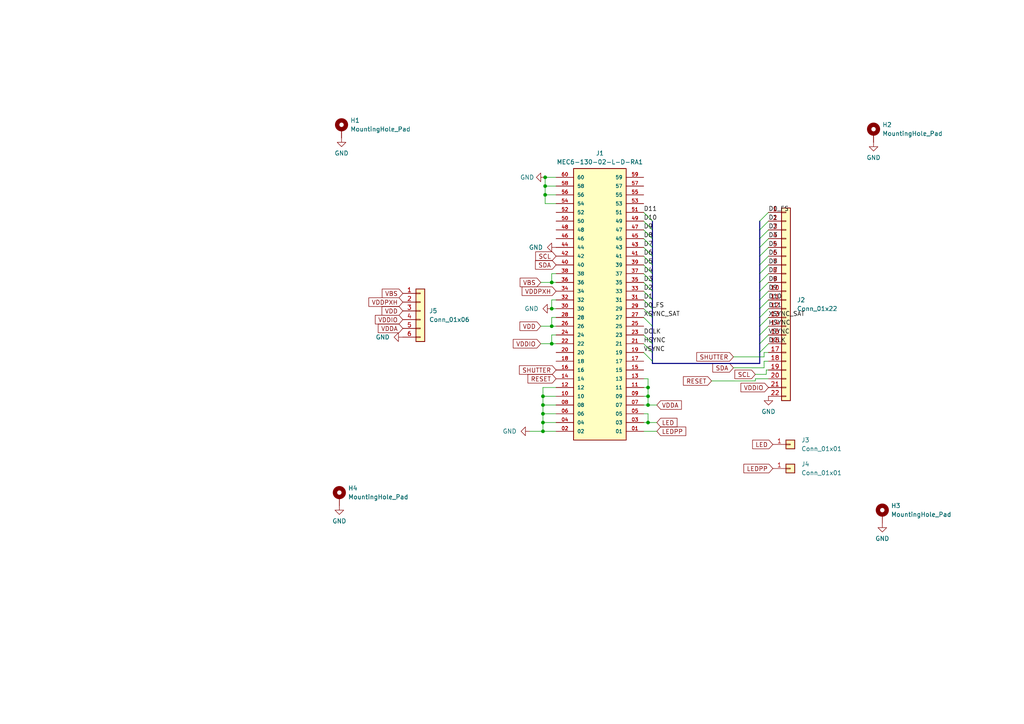
<source format=kicad_sch>
(kicad_sch (version 20230121) (generator eeschema)
  (paper "A4")
  (lib_symbols
    (symbol "Connector_Generic:Conn_01x01" (pin_names (offset 1.016) hide)
      (property "Reference" "J" (at 0 2.54 0))
      (property "Value" "Conn_01x01" (at 0 -2.54 0))
      (symbol "Conn_01x01_1_1"
        (rectangle (start -1.27 0.127) (end 0 -0.127) (stroke (width 0.1524)))
        (rectangle (start -1.27 1.27) (end 1.27 -1.27) (stroke (width 0.254)) (fill (type background)))
        (pin passive line (at -5.08 0 0) (length 3.81) (name "Pin_1") (number "1"))
      )
    )
    (symbol "Connector_Generic:Conn_01x06" (pin_names (offset 1.016) hide)
      (property "Reference" "J" (at 0 7.62 0))
      (property "Value" "Conn_01x06" (at 0 -10.16 0))
      (symbol "Conn_01x06_1_1"
        (rectangle (start -1.27 -7.493) (end 0 -7.747) (stroke (width 0.1524)))
        (rectangle (start -1.27 -4.953) (end 0 -5.207) (stroke (width 0.1524)))
        (rectangle (start -1.27 -2.413) (end 0 -2.667) (stroke (width 0.1524)))
        (rectangle (start -1.27 0.127) (end 0 -0.127) (stroke (width 0.1524)))
        (rectangle (start -1.27 2.667) (end 0 2.413) (stroke (width 0.1524)))
        (rectangle (start -1.27 5.207) (end 0 4.953) (stroke (width 0.1524)))
        (rectangle (start -1.27 6.35) (end 1.27 -8.89) (stroke (width 0.254)) (fill (type background)))
        (pin passive line (at -5.08 5.08 0) (length 3.81) (name "Pin_1") (number "1"))
        (pin passive line (at -5.08 2.54 0) (length 3.81) (name "Pin_2") (number "2"))
        (pin passive line (at -5.08 0 0) (length 3.81) (name "Pin_3") (number "3"))
        (pin passive line (at -5.08 -2.54 0) (length 3.81) (name "Pin_4") (number "4"))
        (pin passive line (at -5.08 -5.08 0) (length 3.81) (name "Pin_5") (number "5"))
        (pin passive line (at -5.08 -7.62 0) (length 3.81) (name "Pin_6") (number "6"))
      )
    )
    (symbol "Connector_Generic:Conn_01x22" (pin_names (offset 1.016) hide)
      (property "Reference" "J" (at 0 27.94 0))
      (property "Value" "Conn_01x22" (at 0 -30.48 0))
      (symbol "Conn_01x22_1_1"
        (rectangle (start -1.27 -27.813) (end 0 -28.067) (stroke (width 0.1524)))
        (rectangle (start -1.27 -25.273) (end 0 -25.527) (stroke (width 0.1524)))
        (rectangle (start -1.27 -22.733) (end 0 -22.987) (stroke (width 0.1524)))
        (rectangle (start -1.27 -20.193) (end 0 -20.447) (stroke (width 0.1524)))
        (rectangle (start -1.27 -17.653) (end 0 -17.907) (stroke (width 0.1524)))
        (rectangle (start -1.27 -15.113) (end 0 -15.367) (stroke (width 0.1524)))
        (rectangle (start -1.27 -12.573) (end 0 -12.827) (stroke (width 0.1524)))
        (rectangle (start -1.27 -10.033) (end 0 -10.287) (stroke (width 0.1524)))
        (rectangle (start -1.27 -7.493) (end 0 -7.747) (stroke (width 0.1524)))
        (rectangle (start -1.27 -4.953) (end 0 -5.207) (stroke (width 0.1524)))
        (rectangle (start -1.27 -2.413) (end 0 -2.667) (stroke (width 0.1524)))
        (rectangle (start -1.27 0.127) (end 0 -0.127) (stroke (width 0.1524)))
        (rectangle (start -1.27 2.667) (end 0 2.413) (stroke (width 0.1524)))
        (rectangle (start -1.27 5.207) (end 0 4.953) (stroke (width 0.1524)))
        (rectangle (start -1.27 7.747) (end 0 7.493) (stroke (width 0.1524)))
        (rectangle (start -1.27 10.287) (end 0 10.033) (stroke (width 0.1524)))
        (rectangle (start -1.27 12.827) (end 0 12.573) (stroke (width 0.1524)))
        (rectangle (start -1.27 15.367) (end 0 15.113) (stroke (width 0.1524)))
        (rectangle (start -1.27 17.907) (end 0 17.653) (stroke (width 0.1524)))
        (rectangle (start -1.27 20.447) (end 0 20.193) (stroke (width 0.1524)))
        (rectangle (start -1.27 22.987) (end 0 22.733) (stroke (width 0.1524)))
        (rectangle (start -1.27 25.527) (end 0 25.273) (stroke (width 0.1524)))
        (rectangle (start -1.27 26.67) (end 1.27 -29.21) (stroke (width 0.254)) (fill (type background)))
        (pin passive line (at -5.08 25.4 0) (length 3.81) (name "Pin_1") (number "1"))
        (pin passive line (at -5.08 2.54 0) (length 3.81) (name "Pin_10") (number "10"))
        (pin passive line (at -5.08 0 0) (length 3.81) (name "Pin_11") (number "11"))
        (pin passive line (at -5.08 -2.54 0) (length 3.81) (name "Pin_12") (number "12"))
        (pin passive line (at -5.08 -5.08 0) (length 3.81) (name "Pin_13") (number "13"))
        (pin passive line (at -5.08 -7.62 0) (length 3.81) (name "Pin_14") (number "14"))
        (pin passive line (at -5.08 -10.16 0) (length 3.81) (name "Pin_15") (number "15"))
        (pin passive line (at -5.08 -12.7 0) (length 3.81) (name "Pin_16") (number "16"))
        (pin passive line (at -5.08 -15.24 0) (length 3.81) (name "Pin_17") (number "17"))
        (pin passive line (at -5.08 -17.78 0) (length 3.81) (name "Pin_18") (number "18"))
        (pin passive line (at -5.08 -20.32 0) (length 3.81) (name "Pin_19") (number "19"))
        (pin passive line (at -5.08 22.86 0) (length 3.81) (name "Pin_2") (number "2"))
        (pin passive line (at -5.08 -22.86 0) (length 3.81) (name "Pin_20") (number "20"))
        (pin passive line (at -5.08 -25.4 0) (length 3.81) (name "Pin_21") (number "21"))
        (pin passive line (at -5.08 -27.94 0) (length 3.81) (name "Pin_22") (number "22"))
        (pin passive line (at -5.08 20.32 0) (length 3.81) (name "Pin_3") (number "3"))
        (pin passive line (at -5.08 17.78 0) (length 3.81) (name "Pin_4") (number "4"))
        (pin passive line (at -5.08 15.24 0) (length 3.81) (name "Pin_5") (number "5"))
        (pin passive line (at -5.08 12.7 0) (length 3.81) (name "Pin_6") (number "6"))
        (pin passive line (at -5.08 10.16 0) (length 3.81) (name "Pin_7") (number "7"))
        (pin passive line (at -5.08 7.62 0) (length 3.81) (name "Pin_8") (number "8"))
        (pin passive line (at -5.08 5.08 0) (length 3.81) (name "Pin_9") (number "9"))
      )
    )
    (symbol "MEC6-130-02-L-D-RA1:MEC6-130-02-L-D-RA1" (pin_names (offset 1.016))
      (property "Reference" "J" (at -8.12 39.216 0))
      (property "Value" "MEC6-130-02-L-D-RA1" (at -7.62 -43.18 0))
      (symbol "MEC6-130-02-L-D-RA1_0_0"
        (rectangle (start -7.62 -40.64) (end 7.62 38.1) (stroke (width 0.254)) (fill (type background)))
        (pin passive line (at -12.7 35.56 0) (length 5.08) (name "01") (number "01"))
        (pin passive line (at 12.7 35.56 180) (length 5.08) (name "02") (number "02"))
        (pin passive line (at -12.7 33.02 0) (length 5.08) (name "03") (number "03"))
        (pin passive line (at 12.7 33.02 180) (length 5.08) (name "04") (number "04"))
        (pin passive line (at -12.7 30.48 0) (length 5.08) (name "05") (number "05"))
        (pin passive line (at 12.7 30.48 180) (length 5.08) (name "06") (number "06"))
        (pin passive line (at -12.7 27.94 0) (length 5.08) (name "07") (number "07"))
        (pin passive line (at 12.7 27.94 180) (length 5.08) (name "08") (number "08"))
        (pin passive line (at -12.7 25.4 0) (length 5.08) (name "09") (number "09"))
        (pin passive line (at 12.7 25.4 180) (length 5.08) (name "10") (number "10"))
        (pin passive line (at -12.7 22.86 0) (length 5.08) (name "11") (number "11"))
        (pin passive line (at 12.7 22.86 180) (length 5.08) (name "12") (number "12"))
        (pin passive line (at -12.7 20.32 0) (length 5.08) (name "13") (number "13"))
        (pin passive line (at 12.7 20.32 180) (length 5.08) (name "14") (number "14"))
        (pin passive line (at -12.7 17.78 0) (length 5.08) (name "15") (number "15"))
        (pin passive line (at 12.7 17.78 180) (length 5.08) (name "16") (number "16"))
        (pin passive line (at -12.7 15.24 0) (length 5.08) (name "17") (number "17"))
        (pin passive line (at 12.7 15.24 180) (length 5.08) (name "18") (number "18"))
        (pin passive line (at -12.7 12.7 0) (length 5.08) (name "19") (number "19"))
        (pin passive line (at 12.7 12.7 180) (length 5.08) (name "20") (number "20"))
        (pin passive line (at -12.7 10.16 0) (length 5.08) (name "21") (number "21"))
        (pin passive line (at 12.7 10.16 180) (length 5.08) (name "22") (number "22"))
        (pin passive line (at -12.7 7.62 0) (length 5.08) (name "23") (number "23"))
        (pin passive line (at 12.7 7.62 180) (length 5.08) (name "24") (number "24"))
        (pin passive line (at -12.7 5.08 0) (length 5.08) (name "25") (number "25"))
        (pin passive line (at 12.7 5.08 180) (length 5.08) (name "26") (number "26"))
        (pin passive line (at -12.7 2.54 0) (length 5.08) (name "27") (number "27"))
        (pin passive line (at 12.7 2.54 180) (length 5.08) (name "28") (number "28"))
        (pin passive line (at -12.7 0 0) (length 5.08) (name "29") (number "29"))
        (pin passive line (at 12.7 0 180) (length 5.08) (name "30") (number "30"))
        (pin passive line (at -12.7 -2.54 0) (length 5.08) (name "31") (number "31"))
        (pin passive line (at 12.7 -2.54 180) (length 5.08) (name "32") (number "32"))
        (pin passive line (at -12.7 -5.08 0) (length 5.08) (name "33") (number "33"))
        (pin passive line (at 12.7 -5.08 180) (length 5.08) (name "34") (number "34"))
        (pin passive line (at -12.7 -7.62 0) (length 5.08) (name "35") (number "35"))
        (pin passive line (at 12.7 -7.62 180) (length 5.08) (name "36") (number "36"))
        (pin passive line (at -12.7 -10.16 0) (length 5.08) (name "37") (number "37"))
        (pin passive line (at 12.7 -10.16 180) (length 5.08) (name "38") (number "38"))
        (pin passive line (at -12.7 -12.7 0) (length 5.08) (name "39") (number "39"))
        (pin passive line (at 12.7 -12.7 180) (length 5.08) (name "40") (number "40"))
        (pin passive line (at -12.7 -15.24 0) (length 5.08) (name "41") (number "41"))
        (pin passive line (at 12.7 -15.24 180) (length 5.08) (name "42") (number "42"))
        (pin passive line (at -12.7 -17.78 0) (length 5.08) (name "43") (number "43"))
        (pin passive line (at 12.7 -17.78 180) (length 5.08) (name "44") (number "44"))
        (pin passive line (at -12.7 -20.32 0) (length 5.08) (name "45") (number "45"))
        (pin passive line (at 12.7 -20.32 180) (length 5.08) (name "46") (number "46"))
        (pin passive line (at -12.7 -22.86 0) (length 5.08) (name "47") (number "47"))
        (pin passive line (at 12.7 -22.86 180) (length 5.08) (name "48") (number "48"))
        (pin passive line (at -12.7 -25.4 0) (length 5.08) (name "49") (number "49"))
        (pin passive line (at 12.7 -25.4 180) (length 5.08) (name "50") (number "50"))
        (pin passive line (at -12.7 -27.94 0) (length 5.08) (name "51") (number "51"))
        (pin passive line (at 12.7 -27.94 180) (length 5.08) (name "52") (number "52"))
        (pin passive line (at -12.7 -30.48 0) (length 5.08) (name "53") (number "53"))
        (pin passive line (at 12.7 -30.48 180) (length 5.08) (name "54") (number "54"))
        (pin passive line (at -12.7 -33.02 0) (length 5.08) (name "55") (number "55"))
        (pin passive line (at 12.7 -33.02 180) (length 5.08) (name "56") (number "56"))
        (pin passive line (at -12.7 -35.56 0) (length 5.08) (name "57") (number "57"))
        (pin passive line (at 12.7 -35.56 180) (length 5.08) (name "58") (number "58"))
        (pin passive line (at -12.7 -38.1 0) (length 5.08) (name "59") (number "59"))
        (pin passive line (at 12.7 -38.1 180) (length 5.08) (name "60") (number "60"))
      )
    )
    (symbol "Mechanical:MountingHole_Pad" (pin_numbers hide) (pin_names (offset 1.016) hide)
      (property "Reference" "H" (at 0 6.35 0))
      (property "Value" "MountingHole_Pad" (at 0 4.445 0))
      (symbol "MountingHole_Pad_0_1"
        (circle (center 0 1.27) (radius 1.27) (stroke (width 1.27)))
      )
      (symbol "MountingHole_Pad_1_1"
        (pin input line (at 0 -2.54 90) (length 2.54) (name "1") (number "1"))
      )
    )
    (symbol "power:GND" (power) (pin_names (offset 0))
      (property "Value" "GND" (at 0 -3.81 0))
      (symbol "GND_0_1"
        (polyline (pts (xy 0 0) (xy 0 -1.27) (xy 1.27 -1.27) (xy 0 -2.54) (xy -1.27 -1.27) (xy 0 -1.27)))
      )
      (symbol "GND_1_1"
        (pin power_in line (at 0 0 270) (length 0) hide (name "GND") (number "1"))
      )
    )
  )
  (junction (at 187.96 122.555))
  (junction (at 187.96 112.395))
  (junction (at 157.48 122.555))
  (junction (at 157.48 114.935))
  (junction (at 157.48 125.095))
  (junction (at 187.96 117.475))
  (junction (at 157.48 120.015))
  (junction (at 157.48 117.475))
  (junction (at 158.115 56.515))
  (junction (at 158.115 53.975))
  (junction (at 160.02 81.915))
  (junction (at 160.02 99.695))
  (junction (at 160.02 89.535))
  (junction (at 187.96 114.935))
  (junction (at 160.02 94.615))
  (junction (at 158.115 51.435))
  (bus_entry (at 186.69 79.375) (size 2.54 2.54))
  (bus_entry (at 222.885 79.375) (size -2.54 2.54))
  (bus_entry (at 222.885 71.755) (size -2.54 2.54))
  (bus_entry (at 186.69 71.755) (size 2.54 2.54))
  (bus_entry (at 186.69 74.295) (size 2.54 2.54))
  (bus_entry (at 186.69 99.695) (size 2.54 2.54))
  (bus_entry (at 186.69 86.995) (size 2.54 2.54))
  (bus_entry (at 186.69 76.835) (size 2.54 2.54))
  (bus_entry (at 186.69 89.535) (size 2.54 2.54))
  (bus_entry (at 222.885 76.835) (size -2.54 2.54))
  (bus_entry (at 186.69 81.915) (size 2.54 2.54))
  (bus_entry (at 186.69 69.215) (size 2.54 2.54))
  (bus_entry (at 222.885 86.995) (size -2.54 2.54))
  (bus_entry (at 222.885 99.695) (size -2.54 2.54))
  (bus_entry (at 222.885 64.135) (size -2.54 2.54))
  (bus_entry (at 222.885 61.595) (size -2.54 2.54))
  (bus_entry (at 222.885 92.075) (size -2.54 2.54))
  (bus_entry (at 222.885 97.155) (size -2.54 2.54))
  (bus_entry (at 222.885 94.615) (size -2.54 2.54))
  (bus_entry (at 186.69 66.675) (size 2.54 2.54))
  (bus_entry (at 186.69 84.455) (size 2.54 2.54))
  (bus_entry (at 222.885 84.455) (size -2.54 2.54))
  (bus_entry (at 186.69 61.595) (size 2.54 2.54))
  (bus_entry (at 186.69 97.155) (size 2.54 2.54))
  (bus_entry (at 222.885 81.915) (size -2.54 2.54))
  (bus_entry (at 186.69 92.075) (size 2.54 2.54))
  (bus_entry (at 222.885 74.295) (size -2.54 2.54))
  (bus_entry (at 222.885 66.675) (size -2.54 2.54))
  (bus_entry (at 186.69 64.135) (size 2.54 2.54))
  (bus_entry (at 186.69 102.235) (size 2.54 2.54))
  (bus_entry (at 222.885 69.215) (size -2.54 2.54))
  (bus_entry (at 222.885 89.535) (size -2.54 2.54))
  (bus (pts (xy 189.23 64.135) (xy 189.23 66.675)))
  (bus (pts (xy 189.23 71.755) (xy 189.23 74.295)))
  (wire (pts (xy 156.845 99.695) (xy 160.02 99.695)))
  (bus (pts (xy 189.23 84.455) (xy 189.23 86.995)))
  (wire (pts (xy 187.96 120.015) (xy 187.96 122.555)))
  (wire (pts (xy 160.02 94.615) (xy 161.29 94.615)))
  (wire (pts (xy 157.48 120.015) (xy 161.29 120.015)))
  (bus (pts (xy 220.345 76.835) (xy 220.345 74.295)))
  (bus (pts (xy 220.345 84.455) (xy 220.345 81.915)))
  (bus (pts (xy 220.345 102.235) (xy 220.345 99.695)))
  (wire (pts (xy 161.29 86.995) (xy 160.02 86.995)))
  (wire (pts (xy 187.96 122.555) (xy 190.5 122.555)))
  (bus (pts (xy 220.345 105.41) (xy 220.345 102.235)))
  (wire (pts (xy 187.96 112.395) (xy 187.96 114.935)))
  (wire (pts (xy 161.29 51.435) (xy 158.115 51.435)))
  (wire (pts (xy 161.29 97.155) (xy 160.02 97.155)))
  (bus (pts (xy 189.23 92.075) (xy 189.23 94.615)))
  (wire (pts (xy 160.02 81.915) (xy 161.29 81.915)))
  (wire (pts (xy 219.075 109.855) (xy 219.075 110.49)))
  (bus (pts (xy 220.345 89.535) (xy 220.345 86.995)))
  (wire (pts (xy 158.115 51.435) (xy 158.115 53.975)))
  (wire (pts (xy 187.96 112.395) (xy 186.69 112.395)))
  (wire (pts (xy 219.075 108.585) (xy 222.25 108.585)))
  (bus (pts (xy 189.23 94.615) (xy 189.23 99.695)))
  (wire (pts (xy 160.02 81.915) (xy 160.02 79.375)))
  (wire (pts (xy 157.48 125.095) (xy 161.29 125.095)))
  (wire (pts (xy 186.69 120.015) (xy 187.96 120.015)))
  (wire (pts (xy 157.48 117.475) (xy 157.48 120.015)))
  (bus (pts (xy 220.345 69.215) (xy 220.345 66.675)))
  (bus (pts (xy 189.23 104.775) (xy 189.23 105.41)))
  (bus (pts (xy 189.23 86.995) (xy 189.23 89.535)))
  (wire (pts (xy 161.29 112.395) (xy 157.48 112.395)))
  (wire (pts (xy 157.48 114.935) (xy 161.29 114.935)))
  (bus (pts (xy 189.23 69.215) (xy 189.23 71.755)))
  (wire (pts (xy 158.115 53.975) (xy 158.115 56.515)))
  (wire (pts (xy 157.48 122.555) (xy 157.48 125.095)))
  (wire (pts (xy 158.115 56.515) (xy 161.29 56.515)))
  (wire (pts (xy 157.48 117.475) (xy 161.29 117.475)))
  (wire (pts (xy 160.02 89.535) (xy 161.29 89.535)))
  (bus (pts (xy 220.345 86.995) (xy 220.345 84.455)))
  (wire (pts (xy 187.96 117.475) (xy 186.69 117.475)))
  (wire (pts (xy 158.115 59.055) (xy 161.29 59.055)))
  (wire (pts (xy 158.115 56.515) (xy 158.115 59.055)))
  (bus (pts (xy 220.345 99.695) (xy 220.345 97.155)))
  (bus (pts (xy 189.23 89.535) (xy 189.23 92.075)))
  (wire (pts (xy 153.67 125.095) (xy 157.48 125.095)))
  (bus (pts (xy 189.23 105.41) (xy 220.345 105.41)))
  (wire (pts (xy 160.02 99.695) (xy 161.29 99.695)))
  (wire (pts (xy 158.115 53.975) (xy 161.29 53.975)))
  (bus (pts (xy 220.345 79.375) (xy 220.345 76.835)))
  (bus (pts (xy 220.345 66.675) (xy 220.345 64.135)))
  (bus (pts (xy 189.23 99.695) (xy 189.23 102.235)))
  (wire (pts (xy 187.96 109.855) (xy 187.96 112.395)))
  (bus (pts (xy 220.345 71.755) (xy 220.345 69.215)))
  (bus (pts (xy 189.23 79.375) (xy 189.23 81.915)))
  (wire (pts (xy 157.48 120.015) (xy 157.48 122.555)))
  (wire (pts (xy 187.96 117.475) (xy 190.5 117.475)))
  (wire (pts (xy 157.48 114.935) (xy 157.48 117.475)))
  (wire (pts (xy 186.69 125.095) (xy 190.5 125.095)))
  (bus (pts (xy 220.345 97.155) (xy 220.345 94.615)))
  (wire (pts (xy 221.615 102.235) (xy 221.615 103.505)))
  (wire (pts (xy 187.96 122.555) (xy 186.69 122.555)))
  (wire (pts (xy 187.96 114.935) (xy 187.96 117.475)))
  (wire (pts (xy 187.96 114.935) (xy 186.69 114.935)))
  (wire (pts (xy 160.02 97.155) (xy 160.02 99.695)))
  (wire (pts (xy 160.02 92.075) (xy 160.02 94.615)))
  (wire (pts (xy 222.885 102.235) (xy 221.615 102.235)))
  (wire (pts (xy 212.725 103.505) (xy 221.615 103.505)))
  (wire (pts (xy 221.615 104.775) (xy 221.615 106.68)))
  (wire (pts (xy 222.885 104.775) (xy 221.615 104.775)))
  (wire (pts (xy 160.02 86.995) (xy 160.02 89.535)))
  (bus (pts (xy 220.345 92.075) (xy 220.345 89.535)))
  (bus (pts (xy 189.23 76.835) (xy 189.23 79.375)))
  (wire (pts (xy 221.615 106.68) (xy 212.725 106.68)))
  (wire (pts (xy 156.845 81.915) (xy 160.02 81.915)))
  (wire (pts (xy 160.02 79.375) (xy 161.29 79.375)))
  (wire (pts (xy 157.48 122.555) (xy 161.29 122.555)))
  (wire (pts (xy 161.29 92.075) (xy 160.02 92.075)))
  (bus (pts (xy 220.345 94.615) (xy 220.345 92.075)))
  (wire (pts (xy 222.885 109.855) (xy 219.075 109.855)))
  (bus (pts (xy 189.23 74.295) (xy 189.23 76.835)))
  (bus (pts (xy 220.345 74.295) (xy 220.345 71.755)))
  (bus (pts (xy 189.23 81.915) (xy 189.23 84.455)))
  (wire (pts (xy 206.375 110.49) (xy 219.075 110.49)))
  (bus (pts (xy 189.23 66.675) (xy 189.23 69.215)))
  (bus (pts (xy 220.345 81.915) (xy 220.345 79.375)))
  (wire (pts (xy 186.69 109.855) (xy 187.96 109.855)))
  (wire (pts (xy 222.25 107.315) (xy 222.25 108.585)))
  (wire (pts (xy 222.885 107.315) (xy 222.25 107.315)))
  (bus (pts (xy 189.23 102.235) (xy 189.23 104.775)))
  (wire (pts (xy 156.845 94.615) (xy 160.02 94.615)))
  (wire (pts (xy 157.48 112.395) (xy 157.48 114.935)))
  (label "DCLK" (at 222.885 99.695 0))
  (label "D0_FS" (at 186.69 89.535 0))
  (label "D9" (at 186.69 66.675 0))
  (label "D5" (at 186.69 76.835 0))
  (label "D6" (at 186.69 74.295 0))
  (label "D5" (at 222.885 74.295 0))
  (label "D7" (at 186.69 71.755 0))
  (label "VSYNC" (at 222.885 97.155 0))
  (label "XSYNC_SAT" (at 222.885 92.075 0))
  (label "D11" (at 186.69 61.595 0))
  (label "D8" (at 186.69 69.215 0))
  (label "D1" (at 222.885 64.135 0))
  (label "D2" (at 186.69 84.455 0))
  (label "D6" (at 222.885 76.835 0))
  (label "D3" (at 186.69 81.915 0))
  (label "D10" (at 222.885 86.995 0))
  (label "D8" (at 222.885 81.915 0))
  (label "D0_FS" (at 222.885 61.595 0))
  (label "XSYNC_SAT" (at 186.69 92.075 0))
  (label "HSYNC" (at 222.885 94.615 0))
  (label "D1" (at 186.69 86.995 0))
  (label "D10" (at 186.69 64.135 0))
  (label "D11" (at 222.885 89.535 0))
  (label "HSYNC" (at 186.69 99.695 0))
  (label "D9" (at 222.885 84.455 0))
  (label "D4" (at 222.885 71.755 0))
  (label "D4" (at 186.69 79.375 0))
  (label "DCLK" (at 186.69 97.155 0))
  (label "D2" (at 222.885 66.675 0))
  (label "VSYNC" (at 186.69 102.235 0))
  (label "D3" (at 222.885 69.215 0))
  (label "D7" (at 222.885 79.375 0))
  (global_label "SCL" (shape input) (at 161.29 74.295 180) (property "Intersheetrefs" "${INTERSHEET_REFS}" (effects hide)))
  (global_label "SCL" (shape input) (at 219.075 108.585 180) (property "Intersheetrefs" "${INTERSHEET_REFS}" (effects hide)))
  (global_label "VBS" (shape input) (at 156.845 81.915 180) (property "Intersheetrefs" "${INTERSHEET_REFS}" (effects hide)))
  (global_label "VDDPXH" (shape input) (at 161.29 84.455 180) (property "Intersheetrefs" "${INTERSHEET_REFS}" (effects hide)))
  (global_label "VDDIO" (shape input) (at 156.845 99.695 180) (property "Intersheetrefs" "${INTERSHEET_REFS}" (effects hide)))
  (global_label "RESET" (shape input) (at 161.29 109.855 180) (property "Intersheetrefs" "${INTERSHEET_REFS}" (effects hide)))
  (global_label "VDDPXH" (shape input) (at 116.84 87.63 180) (property "Intersheetrefs" "${INTERSHEET_REFS}" (effects hide)))
  (global_label "VDD" (shape input) (at 156.845 94.615 180) (property "Intersheetrefs" "${INTERSHEET_REFS}" (effects hide)))
  (global_label "LED" (shape input) (at 190.5 122.555 0) (property "Intersheetrefs" "${INTERSHEET_REFS}" (effects hide)))
  (global_label "SHUTTER" (shape input) (at 161.29 107.315 180) (property "Intersheetrefs" "${INTERSHEET_REFS}" (effects hide)))
  (global_label "LED" (shape input) (at 224.155 128.905 180) (property "Intersheetrefs" "${INTERSHEET_REFS}" (effects hide)))
  (global_label "VDDA" (shape input) (at 116.84 95.25 180) (property "Intersheetrefs" "${INTERSHEET_REFS}" (effects hide)))
  (global_label "LEDPP" (shape input) (at 190.5 125.095 0) (property "Intersheetrefs" "${INTERSHEET_REFS}" (effects hide)))
  (global_label "LEDPP" (shape input) (at 224.155 135.89 180) (property "Intersheetrefs" "${INTERSHEET_REFS}" (effects hide)))
  (global_label "VDDA" (shape input) (at 190.5 117.475 0) (property "Intersheetrefs" "${INTERSHEET_REFS}" (effects hide)))
  (global_label "VBS" (shape input) (at 116.84 85.09 180) (property "Intersheetrefs" "${INTERSHEET_REFS}" (effects hide)))
  (global_label "SDA" (shape input) (at 212.725 106.68 180) (property "Intersheetrefs" "${INTERSHEET_REFS}" (effects hide)))
  (global_label "SHUTTER" (shape input) (at 212.725 103.505 180) (property "Intersheetrefs" "${INTERSHEET_REFS}" (effects hide)))
  (global_label "VDD" (shape input) (at 116.84 90.17 180) (property "Intersheetrefs" "${INTERSHEET_REFS}" (effects hide)))
  (global_label "RESET" (shape input) (at 206.375 110.49 180) (property "Intersheetrefs" "${INTERSHEET_REFS}" (effects hide)))
  (global_label "VDDIO" (shape input) (at 116.84 92.71 180) (property "Intersheetrefs" "${INTERSHEET_REFS}" (effects hide)))
  (global_label "SDA" (shape input) (at 161.29 76.835 180) (property "Intersheetrefs" "${INTERSHEET_REFS}" (effects hide)))
  (global_label "VDDIO" (shape input) (at 222.885 112.395 180) (property "Intersheetrefs" "${INTERSHEET_REFS}" (effects hide)))
  (symbol (lib_id "Connector_Generic:Conn_01x01") (at 229.235 128.905 0) (unit 1)
    (property "Reference" "J3" (at 232.41 127.635 0) (effects (justify left)))
    (property "Value" "Conn_01x01" (at 232.41 130.175 0) (effects (justify left)))
    (property "Footprint" "Connector_PinHeader_2.54mm:PinHeader_1x01_P2.54mm_Vertical" (effects hide))
  )
  (symbol (lib_id "Mechanical:MountingHole_Pad") (at 99.06 37.465 0) (unit 1)
    (property "Reference" "H1" (at 101.6 34.925 0) (effects (justify left)))
    (property "Value" "MountingHole_Pad" (at 101.6 37.465 0) (effects (justify left)))
    (property "Footprint" "MountingHole:MountingHole_2.5mm_Pad" (effects hide))
  )
  (symbol (lib_id "Connector_Generic:Conn_01x22") (at 227.965 86.995 0) (unit 1)
    (property "Reference" "J2" (at 231.14 86.995 0) (effects (justify left)))
    (property "Value" "Conn_01x22" (at 231.14 89.535 0) (effects (justify left)))
    (property "Footprint" "Connector_PinHeader_2.54mm:PinHeader_1x22_P2.54mm_Vertical" (effects hide))
  )
  (symbol (lib_id "power:GND") (at 158.115 51.435 270) (unit 1)
    (property "Reference" "#PWR02" (effects hide))
    (property "Value" "GND" (at 154.94 51.435 90) (effects (justify right)))
  )
  (symbol (lib_id "power:GND") (at 222.885 114.935 0) (unit 1)
    (property "Reference" "#PWR05" (effects hide))
    (property "Value" "GND" (at 222.885 119.38 0))
  )
  (symbol (lib_id "power:GND") (at 99.06 40.005 0) (unit 1)
    (property "Reference" "#PWR07" (effects hide))
    (property "Value" "GND" (at 99.06 44.45 0))
  )
  (symbol (lib_id "Connector_Generic:Conn_01x06") (at 121.92 90.17 0) (unit 1)
    (property "Reference" "J5" (at 124.46 90.17 0) (effects (justify left)))
    (property "Value" "Conn_01x06" (at 124.46 92.71 0) (effects (justify left)))
    (property "Footprint" "Connector_PinHeader_2.54mm:PinHeader_1x06_P2.54mm_Vertical" (effects hide))
  )
  (symbol (lib_id "Mechanical:MountingHole_Pad") (at 255.905 149.225 0) (unit 1)
    (property "Reference" "H3" (at 258.445 146.685 0) (effects (justify left)))
    (property "Value" "MountingHole_Pad" (at 258.445 149.225 0) (effects (justify left)))
    (property "Footprint" "MountingHole:MountingHole_2.5mm_Pad" (effects hide))
  )
  (symbol (lib_id "power:GND") (at 255.905 151.765 0) (unit 1)
    (property "Reference" "#PWR09" (effects hide))
    (property "Value" "GND" (at 255.905 156.21 0))
  )
  (symbol (lib_id "power:GND") (at 98.425 146.685 0) (unit 1)
    (property "Reference" "#PWR010" (effects hide))
    (property "Value" "GND" (at 98.425 151.13 0))
  )
  (symbol (lib_id "power:GND") (at 161.29 71.755 270) (unit 1)
    (property "Reference" "#PWR03" (effects hide))
    (property "Value" "GND" (at 157.48 71.755 90) (effects (justify right)))
  )
  (symbol (lib_id "Mechanical:MountingHole_Pad") (at 253.365 38.735 0) (unit 1)
    (property "Reference" "H2" (at 255.905 36.195 0) (effects (justify left)))
    (property "Value" "MountingHole_Pad" (at 255.905 38.735 0) (effects (justify left)))
    (property "Footprint" "MountingHole:MountingHole_2.5mm_Pad" (effects hide))
  )
  (symbol (lib_id "Mechanical:MountingHole_Pad") (at 98.425 144.145 0) (unit 1)
    (property "Reference" "H4" (at 100.965 141.605 0) (effects (justify left)))
    (property "Value" "MountingHole_Pad" (at 100.965 144.145 0) (effects (justify left)))
    (property "Footprint" "MountingHole:MountingHole_2.5mm_Pad" (effects hide))
  )
  (symbol (lib_id "power:GND") (at 153.67 125.095 270) (unit 1)
    (property "Reference" "#PWR01" (effects hide))
    (property "Value" "GND" (at 149.86 125.095 90) (effects (justify right)))
  )
  (symbol (lib_id "MEC6-130-02-L-D-RA1:MEC6-130-02-L-D-RA1") (at 173.99 89.535 180) (unit 1)
    (property "Reference" "J1" (at 173.99 44.45 0))
    (property "Value" "MEC6-130-02-L-D-RA1" (at 173.99 46.99 0))
    (property "Footprint" "SAMTEC_MEC6-130-02-L-D-RA1" (effects hide))
    (property "PARTREV" "E" (effects hide))
    (property "MANUFACTURER" "SAMTEC" (effects hide))
    (property "STANDARD" "Manufacturer Recommendations" (effects hide))
  )
  (symbol (lib_id "power:GND") (at 116.84 97.79 270) (unit 1)
    (property "Reference" "#PWR06" (effects hide))
    (property "Value" "GND" (at 113.03 97.79 90) (effects (justify right)))
  )
  (symbol (lib_id "power:GND") (at 160.02 89.535 270) (unit 1)
    (property "Reference" "#PWR04" (effects hide))
    (property "Value" "GND" (at 156.21 89.535 90) (effects (justify right)))
  )
  (symbol (lib_id "Connector_Generic:Conn_01x01") (at 229.235 135.89 0) (unit 1)
    (property "Reference" "J4" (at 232.41 134.62 0) (effects (justify left)))
    (property "Value" "Conn_01x01" (at 232.41 137.16 0) (effects (justify left)))
    (property "Footprint" "Connector_PinHeader_2.54mm:PinHeader_1x01_P2.54mm_Vertical" (effects hide))
  )
  (symbol (lib_id "power:GND") (at 253.365 41.275 0) (unit 1)
    (property "Reference" "#PWR08" (effects hide))
    (property "Value" "GND" (at 253.365 45.72 0))
  )
)
</source>
